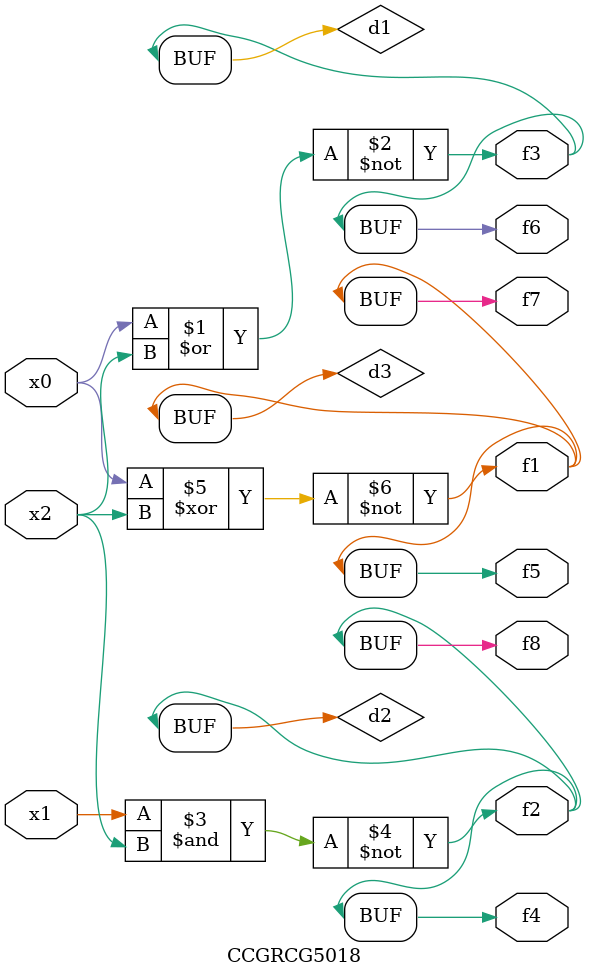
<source format=v>
module CCGRCG5018(
	input x0, x1, x2,
	output f1, f2, f3, f4, f5, f6, f7, f8
);

	wire d1, d2, d3;

	nor (d1, x0, x2);
	nand (d2, x1, x2);
	xnor (d3, x0, x2);
	assign f1 = d3;
	assign f2 = d2;
	assign f3 = d1;
	assign f4 = d2;
	assign f5 = d3;
	assign f6 = d1;
	assign f7 = d3;
	assign f8 = d2;
endmodule

</source>
